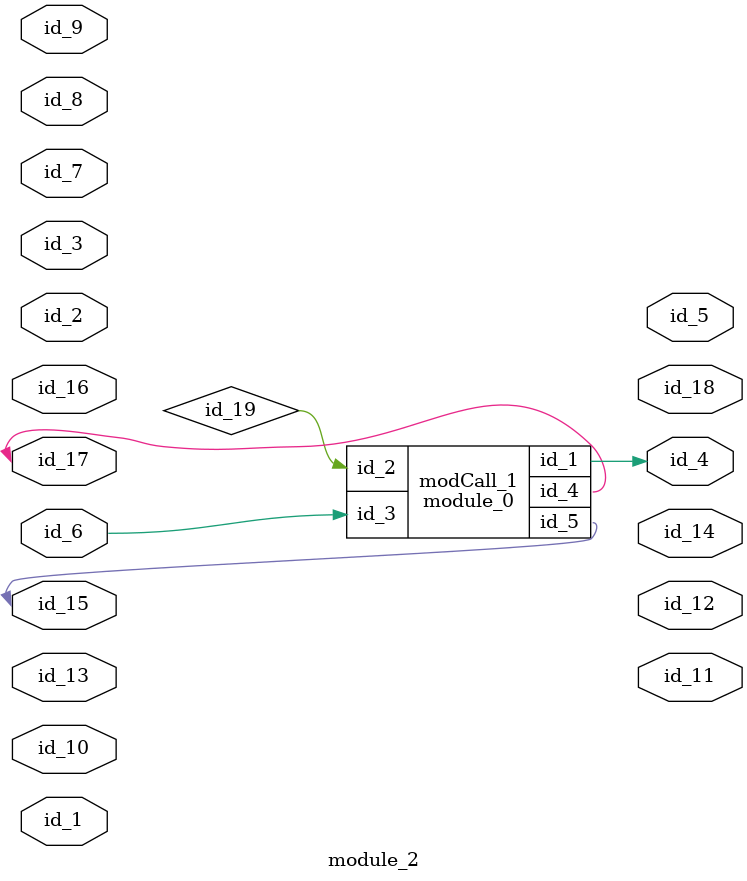
<source format=v>
module module_0 (
    id_1,
    id_2,
    id_3,
    id_4,
    id_5
);
  inout wire id_5;
  inout wire id_4;
  input wire id_3;
  input wire id_2;
  output wire id_1;
endmodule
module module_1 (
    id_1,
    id_2
);
  inout wire id_2;
  input wire id_1;
  wire id_3;
  module_0 modCall_1 (
      id_3,
      id_2,
      id_2,
      id_2,
      id_3
  );
endmodule
module module_2 (
    id_1,
    id_2,
    id_3,
    id_4,
    id_5,
    id_6,
    id_7,
    id_8,
    id_9,
    id_10,
    id_11,
    id_12,
    id_13,
    id_14,
    id_15,
    id_16,
    id_17,
    id_18
);
  output wire id_18;
  inout wire id_17;
  input wire id_16;
  inout wire id_15;
  output wire id_14;
  inout wire id_13;
  output wire id_12;
  output wire id_11;
  input wire id_10;
  input wire id_9;
  input wire id_8;
  input wire id_7;
  input wire id_6;
  output wire id_5;
  output wire id_4;
  input wire id_3;
  inout wire id_2;
  input wire id_1;
  wire id_19;
  module_0 modCall_1 (
      id_4,
      id_19,
      id_6,
      id_17,
      id_15
  );
  wire id_20;
endmodule

</source>
